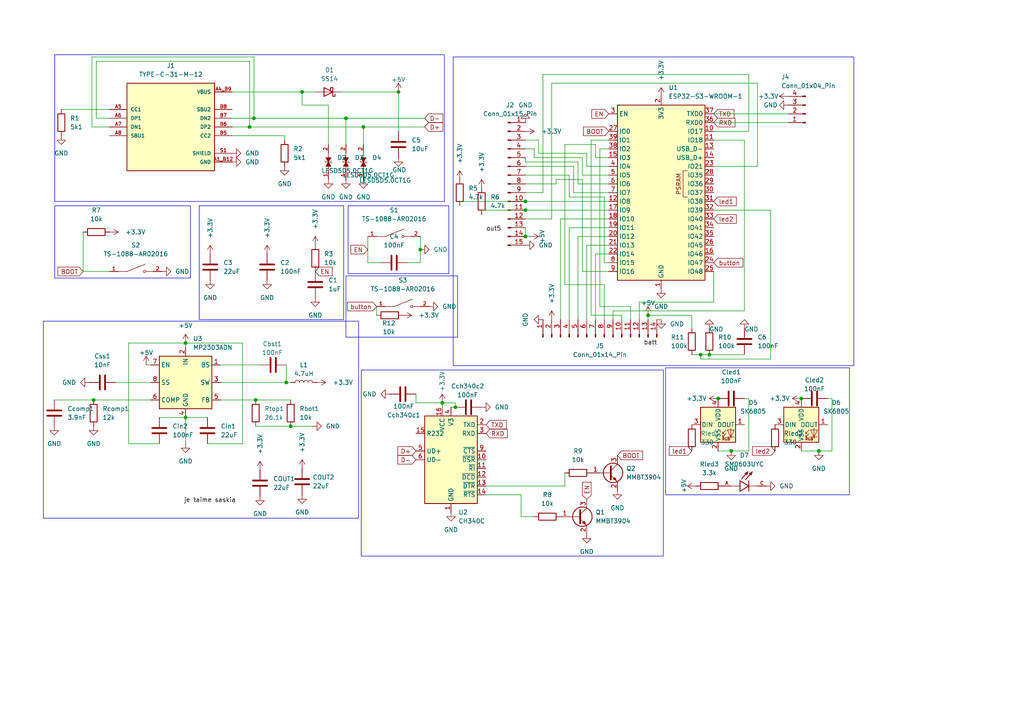
<source format=kicad_sch>
(kicad_sch (version 20250114) (generator "eeschema") (generator_version "9.0")
  (paper "A4")
  (lib_symbols
    (symbol "Connector:Conn_01x04_Pin" (pin_names (offset 1.016) (hide yes))
      (property "Reference" "J" (at 0 5.08 0))
      (property "Value" "Conn_01x04_Pin" (at 0 -7.62 0))
      (symbol "Conn_01x04_Pin_1_1"
        (pin passive line (at 5.08 2.54 180) (length 3.81) (name "Pin_1") (number "1"))
        (pin passive line (at 5.08 0 180) (length 3.81) (name "Pin_2") (number "2"))
        (pin passive line (at 5.08 -2.54 180) (length 3.81) (name "Pin_3") (number "3"))
        (pin passive line (at 5.08 -5.08 180) (length 3.81) (name "Pin_4") (number "4"))
      )
    )
    (symbol "Connector:Conn_01x14_Pin" (pin_names (offset 1.016) (hide yes))
      (property "Reference" "J" (at 0 17.78 0))
      (property "Value" "Conn_01x14_Pin" (at 0 -20.32 0))
      (symbol "Conn_01x14_Pin_1_1"
        (pin passive line (at 5.08 15.24 180) (length 3.81) (name "Pin_1") (number "1"))
        (pin passive line (at 5.08 12.7 180) (length 3.81) (name "Pin_2") (number "2"))
        (pin passive line (at 5.08 10.16 180) (length 3.81) (name "Pin_3") (number "3"))
        (pin passive line (at 5.08 7.62 180) (length 3.81) (name "Pin_4") (number "4"))
        (pin passive line (at 5.08 5.08 180) (length 3.81) (name "Pin_5") (number "5"))
        (pin passive line (at 5.08 2.54 180) (length 3.81) (name "Pin_6") (number "6"))
        (pin passive line (at 5.08 0 180) (length 3.81) (name "Pin_7") (number "7"))
        (pin passive line (at 5.08 -2.54 180) (length 3.81) (name "Pin_8") (number "8"))
        (pin passive line (at 5.08 -5.08 180) (length 3.81) (name "Pin_9") (number "9"))
        (pin passive line (at 5.08 -7.62 180) (length 3.81) (name "Pin_10") (number "10"))
        (pin passive line (at 5.08 -10.16 180) (length 3.81) (name "Pin_11") (number "11"))
        (pin passive line (at 5.08 -12.7 180) (length 3.81) (name "Pin_12") (number "12"))
        (pin passive line (at 5.08 -15.24 180) (length 3.81) (name "Pin_13") (number "13"))
        (pin passive line (at 5.08 -17.78 180) (length 3.81) (name "Pin_14") (number "14"))
      )
    )
    (symbol "Connector:Conn_01x15_Pin" (pin_names (offset 1.016) (hide yes))
      (property "Reference" "J" (at 0 20.32 0))
      (property "Value" "Conn_01x15_Pin" (at 0 -20.32 0))
      (symbol "Conn_01x15_Pin_1_1"
        (pin passive line (at 5.08 17.78 180) (length 3.81) (name "Pin_1") (number "1"))
        (pin passive line (at 5.08 15.24 180) (length 3.81) (name "Pin_2") (number "2"))
        (pin passive line (at 5.08 12.7 180) (length 3.81) (name "Pin_3") (number "3"))
        (pin passive line (at 5.08 10.16 180) (length 3.81) (name "Pin_4") (number "4"))
        (pin passive line (at 5.08 7.62 180) (length 3.81) (name "Pin_5") (number "5"))
        (pin passive line (at 5.08 5.08 180) (length 3.81) (name "Pin_6") (number "6"))
        (pin passive line (at 5.08 2.54 180) (length 3.81) (name "Pin_7") (number "7"))
        (pin passive line (at 5.08 0 180) (length 3.81) (name "Pin_8") (number "8"))
        (pin passive line (at 5.08 -2.54 180) (length 3.81) (name "Pin_9") (number "9"))
        (pin passive line (at 5.08 -5.08 180) (length 3.81) (name "Pin_10") (number "10"))
        (pin passive line (at 5.08 -7.62 180) (length 3.81) (name "Pin_11") (number "11"))
        (pin passive line (at 5.08 -10.16 180) (length 3.81) (name "Pin_12") (number "12"))
        (pin passive line (at 5.08 -12.7 180) (length 3.81) (name "Pin_13") (number "13"))
        (pin passive line (at 5.08 -15.24 180) (length 3.81) (name "Pin_14") (number "14"))
        (pin passive line (at 5.08 -17.78 180) (length 3.81) (name "Pin_15") (number "15"))
      )
    )
    (symbol "Device:C" (pin_numbers (hide yes)) (pin_names (offset 0.254))
      (property "Reference" "C" (at 0.635 2.54 0))
      (property "Value" "C" (at 0.635 -2.54 0))
      (symbol "C_1_1"
        (pin passive line (at 0 3.81 270) (length 2.794) (name "~") (number "1"))
        (pin passive line (at 0 -3.81 90) (length 2.794) (name "~") (number "2"))
      )
    )
    (symbol "Device:L" (pin_numbers (hide yes)) (pin_names (offset 1.016) (hide yes))
      (property "Reference" "L" (at -1.27 0 90))
      (property "Value" "L" (at 1.905 0 90))
      (symbol "L_1_1"
        (pin passive line (at 0 3.81 270) (length 1.27) (name "1") (number "1"))
        (pin passive line (at 0 -3.81 90) (length 1.27) (name "2") (number "2"))
      )
    )
    (symbol "Device:R" (pin_numbers (hide yes)) (pin_names (offset 0))
      (property "Reference" "R" (at 2.032 0 90))
      (property "Value" "R" (at 0 0 90))
      (symbol "R_1_1"
        (pin passive line (at 0 3.81 270) (length 1.27) (name "~") (number "1"))
        (pin passive line (at 0 -3.81 90) (length 1.27) (name "~") (number "2"))
      )
    )
    (symbol "Diode:SS14" (pin_numbers (hide yes)) (pin_names (offset 1.016) (hide yes))
      (property "Reference" "D" (at 0 2.54 0))
      (property "Value" "SS14" (at 0 -2.54 0))
      (symbol "SS14_1_1"
        (pin passive line (at -3.81 0 0) (length 2.54) (name "K") (number "1"))
        (pin passive line (at 3.81 0 180) (length 2.54) (name "A") (number "2"))
      )
    )
    (symbol "Interface_USB:CH340C"
      (property "Reference" "U" (at -5.08 13.97 0))
      (property "Value" "CH340C" (at 1.27 13.97 0))
      (symbol "CH340C_1_1"
        (pin input line (at -10.16 7.62 0) (length 2.54) (name "R232") (number "15"))
        (pin bidirectional line (at -10.16 2.54 0) (length 2.54) (name "UD+") (number "5"))
        (pin bidirectional line (at -10.16 0 0) (length 2.54) (name "UD-") (number "6"))
        (pin no_connect line (at -7.62 -5.08 0) (length 2.54) (hide yes) (name "NC") (number "7"))
        (pin no_connect line (at -7.62 -7.62 0) (length 2.54) (hide yes) (name "NC") (number "8"))
        (pin power_in line (at -2.54 15.24 270) (length 2.54) (name "VCC") (number "16"))
        (pin power_out line (at 0 15.24 270) (length 2.54) (name "V3") (number "4"))
        (pin power_in line (at 0 -15.24 90) (length 2.54) (name "GND") (number "1"))
        (pin output line (at 10.16 10.16 180) (length 2.54) (name "TXD") (number "2"))
        (pin input line (at 10.16 7.62 180) (length 2.54) (name "RXD") (number "3"))
        (pin input line (at 10.16 2.54 180) (length 2.54) (name "~{CTS}") (number "9"))
        (pin input line (at 10.16 0 180) (length 2.54) (name "~{DSR}") (number "10"))
        (pin input line (at 10.16 -2.54 180) (length 2.54) (name "~{RI}") (number "11"))
        (pin input line (at 10.16 -5.08 180) (length 2.54) (name "~{DCD}") (number "12"))
        (pin output line (at 10.16 -7.62 180) (length 2.54) (name "~{DTR}") (number "13"))
        (pin output line (at 10.16 -10.16 180) (length 2.54) (name "~{RTS}") (number "14"))
      )
    )
    (symbol "LED:SK6805" (pin_names (offset 0.254))
      (property "Reference" "D" (at 5.08 5.715 0))
      (property "Value" "SK6805" (at 1.27 -5.715 0))
      (symbol "SK6805_0_0"
        (text "RGB" (at 2.286 -4.191 0) (effects (font (size 0.762 0.762))))
      )
      (symbol "SK6805_1_1"
        (pin input line (at -7.62 0 0) (length 2.54) (name "DIN") (number "3"))
        (pin power_in line (at 0 7.62 270) (length 2.54) (name "VDD") (number "4"))
        (pin power_in line (at 0 -7.62 90) (length 2.54) (name "VSS") (number "2"))
        (pin output line (at 7.62 0 180) (length 2.54) (name "DOUT") (number "1"))
      )
    )
    (symbol "LESD5D5.0CT1G:LESD5D5.0CT1G" (pin_names (offset 1.016))
      (property "Reference" "D" (at -5.08 2.54 0))
      (property "Value" "LESD5D5.0CT1G" (at -5.08 -5.08 0))
      (symbol "LESD5D5.0CT1G_0_0"
        (pin passive line (at -5.08 0 0) (length 2.54) (name "~") (number "1"))
        (pin passive line (at 5.08 0 180) (length 2.54) (name "~") (number "2"))
      )
    )
    (symbol "RF_Module:ESP32-S3-WROOM-1"
      (property "Reference" "U" (at -12.7 26.67 0))
      (property "Value" "ESP32-S3-WROOM-1" (at 12.7 26.67 0))
      (symbol "ESP32-S3-WROOM-1_0_0"
        (text "PSRAM" (at 5.08 2.54 900) (effects (font (size 1.27 1.27))))
      )
      (symbol "ESP32-S3-WROOM-1_1_1"
        (pin input line (at -15.24 22.86 0) (length 2.54) (name "EN") (number "3"))
        (pin bidirectional line (at -15.24 17.78 0) (length 2.54) (name "IO0") (number "27"))
        (pin bidirectional line (at -15.24 15.24 0) (length 2.54) (name "IO1") (number "39"))
        (pin bidirectional line (at -15.24 12.7 0) (length 2.54) (name "IO2") (number "38"))
        (pin bidirectional line (at -15.24 10.16 0) (length 2.54) (name "IO3") (number "15"))
        (pin bidirectional line (at -15.24 7.62 0) (length 2.54) (name "IO4") (number "4"))
        (pin bidirectional line (at -15.24 5.08 0) (length 2.54) (name "IO5") (number "5"))
        (pin bidirectional line (at -15.24 2.54 0) (length 2.54) (name "IO6") (number "6"))
        (pin bidirectional line (at -15.24 0 0) (length 2.54) (name "IO7") (number "7"))
        (pin bidirectional line (at -15.24 -2.54 0) (length 2.54) (name "IO8") (number "12"))
        (pin bidirectional line (at -15.24 -5.08 0) (length 2.54) (name "IO9") (number "17"))
        (pin bidirectional line (at -15.24 -7.62 0) (length 2.54) (name "IO10") (number "18"))
        (pin bidirectional line (at -15.24 -10.16 0) (length 2.54) (name "IO11") (number "19"))
        (pin bidirectional line (at -15.24 -12.7 0) (length 2.54) (name "IO12") (number "20"))
        (pin bidirectional line (at -15.24 -15.24 0) (length 2.54) (name "IO13") (number "21"))
        (pin bidirectional line (at -15.24 -17.78 0) (length 2.54) (name "IO14") (number "22"))
        (pin bidirectional line (at -15.24 -20.32 0) (length 2.54) (name "IO15") (number "8"))
        (pin bidirectional line (at -15.24 -22.86 0) (length 2.54) (name "IO16") (number "9"))
        (pin power_in line (at 0 27.94 270) (length 2.54) (name "3V3") (number "2"))
        (pin power_in line (at 0 -27.94 90) (length 2.54) (name "GND") (number "1"))
        (pin passive line (at 0 -27.94 90) (length 2.54) (hide yes) (name "GND") (number "40"))
        (pin passive line (at 0 -27.94 90) (length 2.54) (hide yes) (name "GND") (number "41"))
        (pin bidirectional line (at 15.24 22.86 180) (length 2.54) (name "TXD0") (number "37"))
        (pin bidirectional line (at 15.24 20.32 180) (length 2.54) (name "RXD0") (number "36"))
        (pin bidirectional line (at 15.24 17.78 180) (length 2.54) (name "IO17") (number "10"))
        (pin bidirectional line (at 15.24 15.24 180) (length 2.54) (name "IO18") (number "11"))
        (pin bidirectional line (at 15.24 12.7 180) (length 2.54) (name "USB_D-") (number "13"))
        (pin bidirectional line (at 15.24 10.16 180) (length 2.54) (name "USB_D+") (number "14"))
        (pin bidirectional line (at 15.24 7.62 180) (length 2.54) (name "IO21") (number "23"))
        (pin bidirectional line (at 15.24 5.08 180) (length 2.54) (name "IO35") (number "28"))
        (pin bidirectional line (at 15.24 2.54 180) (length 2.54) (name "IO36") (number "29"))
        (pin bidirectional line (at 15.24 0 180) (length 2.54) (name "IO37") (number "30"))
        (pin bidirectional line (at 15.24 -2.54 180) (length 2.54) (name "IO38") (number "31"))
        (pin bidirectional line (at 15.24 -5.08 180) (length 2.54) (name "IO39") (number "32"))
        (pin bidirectional line (at 15.24 -7.62 180) (length 2.54) (name "IO40") (number "33"))
        (pin bidirectional line (at 15.24 -10.16 180) (length 2.54) (name "IO41") (number "34"))
        (pin bidirectional line (at 15.24 -12.7 180) (length 2.54) (name "IO42") (number "35"))
        (pin bidirectional line (at 15.24 -15.24 180) (length 2.54) (name "IO45") (number "26"))
        (pin bidirectional line (at 15.24 -17.78 180) (length 2.54) (name "IO46") (number "16"))
        (pin bidirectional line (at 15.24 -20.32 180) (length 2.54) (name "IO47") (number "24"))
        (pin bidirectional line (at 15.24 -22.86 180) (length 2.54) (name "IO48") (number "25"))
      )
    )
    (symbol "Regulator_Switching:MP2303ADN"
      (property "Reference" "U" (at -7.366 8.636 0))
      (property "Value" "MP2303ADN" (at 7.62 8.89 0))
      (symbol "MP2303ADN_1_1"
        (pin input line (at -10.16 5.08 0) (length 2.54) (name "EN") (number "7"))
        (pin input line (at -10.16 0 0) (length 2.54) (name "SS") (number "8"))
        (pin passive line (at -10.16 -5.08 0) (length 2.54) (name "COMP") (number "6"))
        (pin power_in line (at 0 10.16 270) (length 2.54) (name "IN") (number "2"))
        (pin power_in line (at 0 -10.16 90) (length 2.54) (name "GND") (number "4"))
        (pin passive line (at 10.16 5.08 180) (length 2.54) (name "BS") (number "1"))
        (pin output line (at 10.16 0 180) (length 2.54) (name "SW") (number "3"))
        (pin input line (at 10.16 -5.08 180) (length 2.54) (name "FB") (number "5"))
      )
    )
    (symbol "SM0603UYC:SM0603UYC" (pin_names (offset 1.016))
      (property "Reference" "D" (at -3.0988 4.4958 0))
      (property "Value" "SM0603UYC" (at -3.556 -3.302 0))
      (symbol "SM0603UYC_0_0"
        (pin passive line (at -7.62 0 0) (length 2.54) (name "~") (number "A"))
        (pin passive line (at 5.08 0 180) (length 2.54) (name "~") (number "C"))
      )
    )
    (symbol "TS-1088-AR02016:TS-1088-AR02016" (pin_names (offset 1.016))
      (property "Reference" "S" (at -2.54 2.54 0))
      (property "Value" "TS-1088-AR02016" (at -2.54 -2.54 0))
      (symbol "TS-1088-AR02016_0_0"
        (pin passive line (at -7.62 0 0) (length 2.54) (name "~") (number "1"))
        (pin passive line (at 7.62 0 180) (length 2.54) (name "~") (number "2"))
      )
    )
    (symbol "TYPE-C-31-M-12:TYPE-C-31-M-12" (pin_names (offset 1.016))
      (property "Reference" "J" (at -12.7 13.462 0))
      (property "Value" "TYPE-C-31-M-12" (at -12.7 -13.462 0))
      (symbol "TYPE-C-31-M-12_0_0"
        (pin bidirectional line (at -17.78 5.08 0) (length 5.08) (name "CC1") (number "A5"))
        (pin bidirectional line (at -17.78 2.54 0) (length 5.08) (name "DP1") (number "A6"))
        (pin bidirectional line (at -17.78 0 0) (length 5.08) (name "DN1") (number "A7"))
        (pin bidirectional line (at -17.78 -2.54 0) (length 5.08) (name "SBU1") (number "A8"))
        (pin power_in line (at 17.78 10.16 180) (length 5.08) (name "VBUS") (number "A4_B9"))
        (pin power_in line (at 17.78 10.16 180) (length 5.08) (hide yes) (name "VBUS") (number "B4_A9"))
        (pin bidirectional line (at 17.78 5.08 180) (length 5.08) (name "SBU2") (number "B8"))
        (pin bidirectional line (at 17.78 2.54 180) (length 5.08) (name "DN2") (number "B7"))
        (pin bidirectional line (at 17.78 0 180) (length 5.08) (name "DP2") (number "B6"))
        (pin bidirectional line (at 17.78 -2.54 180) (length 5.08) (name "CC2") (number "B5"))
        (pin passive line (at 17.78 -7.62 180) (length 5.08) (name "SHIELD") (number "S1"))
        (pin passive line (at 17.78 -7.62 180) (length 5.08) (hide yes) (name "SHIELD") (number "S2"))
        (pin passive line (at 17.78 -7.62 180) (length 5.08) (hide yes) (name "SHIELD") (number "S3"))
        (pin passive line (at 17.78 -7.62 180) (length 5.08) (hide yes) (name "SHIELD") (number "S4"))
        (pin power_in line (at 17.78 -10.16 180) (length 5.08) (name "GND") (number "A1_B12"))
        (pin power_in line (at 17.78 -10.16 180) (length 5.08) (hide yes) (name "GND") (number "B1_A12"))
      )
    )
    (symbol "Transistor_BJT:MMBT3904" (pin_names (offset 0) (hide yes))
      (property "Reference" "Q" (at 5.08 1.905 0))
      (property "Value" "MMBT3904" (at 5.08 0 0))
      (symbol "MMBT3904_1_1"
        (pin input line (at -5.08 0 0) (length 2.54) (name "B") (number "1"))
        (pin passive line (at 2.54 5.08 270) (length 2.54) (name "C") (number "3"))
        (pin passive line (at 2.54 -5.08 90) (length 2.54) (name "E") (number "2"))
      )
    )
    (symbol "power:+3.3V" (power) (pin_numbers (hide yes)) (pin_names (offset 0) (hide yes))
      (property "Value" "+3.3V" (at 0 3.556 0))
      (symbol "+3.3V_1_1"
        (pin power_in line (at 0 0 90) (length 0) (name "~") (number "1"))
      )
    )
    (symbol "power:+5V" (power) (pin_numbers (hide yes)) (pin_names (offset 0) (hide yes))
      (property "Value" "+5V" (at 0 3.556 0))
      (symbol "+5V_1_1"
        (pin power_in line (at 0 0 90) (length 0) (name "~") (number "1"))
      )
    )
    (symbol "power:GND" (power) (pin_numbers (hide yes)) (pin_names (offset 0) (hide yes))
      (property "Value" "GND" (at 0 -3.81 0))
      (symbol "GND_1_1"
        (pin power_in line (at 0 0 270) (length 0) (name "~") (number "1"))
      )
    )
  )
  (rectangle (start 104.775 107.315) (end 192.405 161.29))
  (rectangle (start 100.33 80.01) (end 132.715 97.79))
  (rectangle (start 131.445 16.51) (end 247.65 106.045))
  (rectangle (start 12.5584 93.1509) (end 103.9984 150.3009))
  (rectangle (start 15.875 59.69) (end 55.245 80.645))
  (rectangle (start 193.04 106.68) (end 246.38 143.51))
  (rectangle (start 100.965 59.69) (end 130.175 79.375))
  (rectangle (start 15.875 15.875) (end 128.905 58.42))
  (rectangle (start 57.785 59.69) (end 99.695 92.71))
  (junction (at 53.8334 121.0909))
  (junction (at 84.3134 123.6309))
  (junction (at 152.4 68.58))
  (junction (at 152.4 60.96))
  (junction (at 212.09 130.81))
  (junction (at 237.49 130.81))
  (junction (at 53.8334 99.5009))
  (junction (at 132.08 118.11))
  (junction (at 205.74 102.87))
  (junction (at 73.66 34.29))
  (junction (at 72.39 36.83))
  (junction (at 115.57 26.67))
  (junction (at 208.28 115.57))
  (junction (at 121.92 72.39))
  (junction (at 203.2 102.87))
  (junction (at 187.96 91.44))
  (junction (at 74.1534 116.0109))
  (junction (at 100.33 34.29))
  (junction (at 232.41 115.57))
  (junction (at 83.0434 110.9309))
  (junction (at 27.1634 116.0109))
  (junction (at 152.4 58.42))
  (junction (at 105.41 36.83))
  (junction (at 87.63 26.67))
  (junction (at 128.27 116.84))
  (wire (pts (xy 109.22 88.9) (xy 109.22 91.44)))
  (wire (pts (xy 160.02 63.5) (xy 152.4 63.5)))
  (wire (pts (xy 83.0434 110.9309) (xy 84.3134 110.9309)))
  (wire (pts (xy 37.3234 128.7109) (xy 46.2134 128.7109)))
  (wire (pts (xy 182.88 88.9) (xy 182.88 92.71)))
  (wire (pts (xy 161.29 53.34) (xy 152.4 53.34)))
  (wire (pts (xy 154.94 43.18) (xy 152.4 43.18)))
  (wire (pts (xy 84.3134 123.6309) (xy 90.6634 123.6309)))
  (wire (pts (xy 176.53 43.18) (xy 173.99 43.18)))
  (wire (pts (xy 105.41 36.83) (xy 105.41 41.91)))
  (wire (pts (xy 168.91 52.07) (xy 161.29 52.07)))
  (wire (pts (xy 207.01 33.02) (xy 228.6 33.02)))
  (wire (pts (xy 75.4234 105.8509) (xy 63.9934 105.8509)))
  (wire (pts (xy 152.4 58.42) (xy 176.53 58.42)))
  (wire (pts (xy 223.52 104.14) (xy 223.52 60.96)))
  (wire (pts (xy 212.09 130.81) (xy 208.28 130.81)))
  (wire (pts (xy 70.3434 99.5009) (xy 53.8334 99.5009)))
  (wire (pts (xy 215.9 40.64) (xy 207.01 40.64)))
  (wire (pts (xy 151.13 149.86) (xy 151.13 143.51)))
  (wire (pts (xy 176.53 63.5) (xy 162.56 63.5)))
  (wire (pts (xy 170.18 44.45) (xy 170.18 48.26)))
  (wire (pts (xy 31.75 36.83) (xy 26.67 36.83)))
  (wire (pts (xy 95.25 41.91) (xy 95.25 30.48)))
  (wire (pts (xy 160.02 24.13) (xy 160.02 63.5)))
  (wire (pts (xy 180.34 91.44) (xy 180.34 92.71)))
  (wire (pts (xy 15.7334 116.0109) (xy 27.1634 116.0109)))
  (wire (pts (xy 157.48 55.88) (xy 152.4 55.88)))
  (wire (pts (xy 27.94 17.78) (xy 72.39 17.78)))
  (wire (pts (xy 87.63 30.48) (xy 87.63 26.67)))
  (wire (pts (xy 72.39 17.78) (xy 72.39 36.83)))
  (wire (pts (xy 171.45 40.64) (xy 171.45 91.44)))
  (wire (pts (xy 217.17 38.1) (xy 217.17 21.59)))
  (wire (pts (xy 24.13 78.74) (xy 31.75 78.74)))
  (wire (pts (xy 185.42 87.63) (xy 185.42 92.71)))
  (wire (pts (xy 205.74 102.87) (xy 215.9 102.87)))
  (wire (pts (xy 176.53 73.66) (xy 172.72 73.66)))
  (wire (pts (xy 163.83 41.91) (xy 163.83 82.55)))
  (wire (pts (xy 128.27 116.84) (xy 128.27 118.11)))
  (wire (pts (xy 63.9934 116.0109) (xy 74.1534 116.0109)))
  (wire (pts (xy 72.39 36.83) (xy 105.41 36.83)))
  (wire (pts (xy 161.29 52.07) (xy 161.29 53.34)))
  (wire (pts (xy 31.75 34.29) (xy 27.94 34.29)))
  (wire (pts (xy 120.65 116.84) (xy 128.27 116.84)))
  (wire (pts (xy 215.9 40.64) (xy 215.9 90.17)))
  (wire (pts (xy 175.26 92.71) (xy 175.26 82.55)))
  (wire (pts (xy 173.99 88.9) (xy 182.88 88.9)))
  (wire (pts (xy 33.5134 110.9309) (xy 43.6734 110.9309)))
  (wire (pts (xy 100.33 34.29) (xy 123.19 34.29)))
  (wire (pts (xy 26.67 16.51) (xy 73.66 16.51)))
  (wire (pts (xy 73.66 34.29) (xy 100.33 34.29)))
  (wire (pts (xy 165.1 50.8) (xy 152.4 50.8)))
  (wire (pts (xy 172.72 41.91) (xy 172.72 45.72)))
  (wire (pts (xy 37.3234 99.5009) (xy 37.3234 128.7109)))
  (wire (pts (xy 165.1 57.15) (xy 165.1 50.8)))
  (wire (pts (xy 132.08 116.84) (xy 132.08 118.11)))
  (wire (pts (xy 207.01 78.74) (xy 207.01 87.63)))
  (wire (pts (xy 87.63 26.67) (xy 91.44 26.67)))
  (wire (pts (xy 217.17 115.57) (xy 217.17 130.81)))
  (wire (pts (xy 120.65 114.3) (xy 120.65 116.84)))
  (wire (pts (xy 74.1534 123.6309) (xy 84.3134 123.6309)))
  (wire (pts (xy 165.1 92.71) (xy 165.1 66.04)))
  (wire (pts (xy 133.35 58.42) (xy 152.4 58.42)))
  (wire (pts (xy 167.64 68.58) (xy 167.64 92.71)))
  (wire (pts (xy 152.4 40.64) (xy 156.21 40.64)))
  (wire (pts (xy 105.41 36.83) (xy 123.19 36.83)))
  (wire (pts (xy 241.3 115.57) (xy 241.3 130.81)))
  (wire (pts (xy 170.18 48.26) (xy 176.53 48.26)))
  (wire (pts (xy 176.53 68.58) (xy 167.64 68.58)))
  (wire (pts (xy 215.9 90.17) (xy 177.8 90.17)))
  (wire (pts (xy 175.26 76.2) (xy 175.26 57.15)))
  (wire (pts (xy 154.94 149.86) (xy 151.13 149.86)))
  (wire (pts (xy 172.72 45.72) (xy 176.53 45.72)))
  (wire (pts (xy 24.13 67.31) (xy 24.13 78.74)))
  (wire (pts (xy 176.53 78.74) (xy 168.91 78.74)))
  (wire (pts (xy 53.8334 99.5009) (xy 53.8334 100.7709)))
  (wire (pts (xy 168.91 78.74) (xy 168.91 52.07)))
  (wire (pts (xy 219.71 24.13) (xy 160.02 24.13)))
  (wire (pts (xy 67.31 36.83) (xy 72.39 36.83)))
  (wire (pts (xy 128.27 116.84) (xy 132.08 116.84)))
  (wire (pts (xy 156.21 40.64) (xy 156.21 44.45)))
  (wire (pts (xy 26.67 36.83) (xy 26.67 16.51)))
  (wire (pts (xy 82.55 40.64) (xy 82.55 39.37)))
  (wire (pts (xy 46.2134 121.0909) (xy 53.8334 121.0909)))
  (wire (pts (xy 219.71 48.26) (xy 219.71 24.13)))
  (wire (pts (xy 223.52 60.96) (xy 207.01 60.96)))
  (wire (pts (xy 154.94 45.72) (xy 154.94 43.18)))
  (wire (pts (xy 165.1 66.04) (xy 176.53 66.04)))
  (wire (pts (xy 82.55 39.37) (xy 67.31 39.37)))
  (wire (pts (xy 163.83 41.91) (xy 172.72 41.91)))
  (wire (pts (xy 152.4 68.58) (xy 152.4 66.04)))
  (wire (pts (xy 133.35 58.42) (xy 133.35 59.69)))
  (wire (pts (xy 152.4 46.99) (xy 152.4 45.72)))
  (wire (pts (xy 63.9934 110.9309) (xy 83.0434 110.9309)))
  (wire (pts (xy 200.66 102.87) (xy 203.2 102.87)))
  (wire (pts (xy 176.53 76.2) (xy 175.26 76.2)))
  (wire (pts (xy 99.06 26.67) (xy 115.57 26.67)))
  (wire (pts (xy 42.4034 105.8509) (xy 43.6734 105.8509)))
  (wire (pts (xy 203.2 102.87) (xy 203.2 104.14)))
  (wire (pts (xy 139.7 60.96) (xy 139.7 62.23)))
  (wire (pts (xy 168.91 50.8) (xy 168.91 45.72)))
  (wire (pts (xy 187.96 91.44) (xy 187.96 92.71)))
  (wire (pts (xy 27.1634 116.0109) (xy 43.6734 116.0109)))
  (wire (pts (xy 176.53 53.34) (xy 167.64 53.34)))
  (wire (pts (xy 217.17 115.57) (xy 215.9 115.57)))
  (wire (pts (xy 67.31 26.67) (xy 87.63 26.67)))
  (wire (pts (xy 176.53 71.12) (xy 170.18 71.12)))
  (wire (pts (xy 207.01 35.56) (xy 228.6 35.56)))
  (wire (pts (xy 53.8334 121.0909) (xy 60.1834 121.0909)))
  (wire (pts (xy 217.17 21.59) (xy 157.48 21.59)))
  (wire (pts (xy 17.78 31.75) (xy 31.75 31.75)))
  (wire (pts (xy 187.96 91.44) (xy 200.66 91.44)))
  (wire (pts (xy 166.37 55.88) (xy 166.37 48.26)))
  (wire (pts (xy 170.18 71.12) (xy 170.18 92.71)))
  (wire (pts (xy 176.53 55.88) (xy 166.37 55.88)))
  (wire (pts (xy 95.25 30.48) (xy 87.63 30.48)))
  (wire (pts (xy 27.94 34.29) (xy 27.94 17.78)))
  (wire (pts (xy 175.26 57.15) (xy 165.1 57.15)))
  (wire (pts (xy 171.45 91.44) (xy 180.34 91.44)))
  (wire (pts (xy 121.92 68.58) (xy 121.92 72.39)))
  (wire (pts (xy 163.83 137.16) (xy 163.83 140.97)))
  (wire (pts (xy 176.53 50.8) (xy 168.91 50.8)))
  (wire (pts (xy 241.3 115.57) (xy 240.03 115.57)))
  (wire (pts (xy 106.68 76.2) (xy 110.49 76.2)))
  (wire (pts (xy 191.77 92.71) (xy 190.5 92.71)))
  (wire (pts (xy 167.64 53.34) (xy 167.64 46.99)))
  (wire (pts (xy 83.0434 105.8509) (xy 83.0434 110.9309)))
  (wire (pts (xy 176.53 40.64) (xy 171.45 40.64)))
  (wire (pts (xy 121.92 72.39) (xy 121.92 76.2)))
  (wire (pts (xy 73.66 16.51) (xy 73.66 34.29)))
  (wire (pts (xy 173.99 43.18) (xy 173.99 88.9)))
  (wire (pts (xy 207.01 38.1) (xy 217.17 38.1)))
  (wire (pts (xy 200.66 91.44) (xy 200.66 95.25)))
  (wire (pts (xy 207.01 48.26) (xy 219.71 48.26)))
  (wire (pts (xy 177.8 90.17) (xy 177.8 92.71)))
  (wire (pts (xy 241.3 130.81) (xy 237.49 130.81)))
  (wire (pts (xy 157.48 21.59) (xy 157.48 55.88)))
  (wire (pts (xy 162.56 63.5) (xy 162.56 92.71)))
  (wire (pts (xy 203.2 104.14) (xy 223.52 104.14)))
  (wire (pts (xy 175.26 82.55) (xy 163.83 82.55)))
  (wire (pts (xy 132.08 118.11) (xy 130.81 118.11)))
  (wire (pts (xy 167.64 46.99) (xy 152.4 46.99)))
  (wire (pts (xy 153.67 68.58) (xy 152.4 68.58)))
  (wire (pts (xy 53.8334 121.0909) (xy 53.8334 128.7109)))
  (wire (pts (xy 121.92 76.2) (xy 118.11 76.2)))
  (wire (pts (xy 139.7 60.96) (xy 152.4 60.96)))
  (wire (pts (xy 74.1534 116.0109) (xy 84.3134 116.0109)))
  (wire (pts (xy 53.8334 99.5009) (xy 37.3234 99.5009)))
  (wire (pts (xy 106.68 68.58) (xy 106.68 76.2)))
  (wire (pts (xy 163.83 140.97) (xy 140.97 140.97)))
  (wire (pts (xy 67.31 34.29) (xy 73.66 34.29)))
  (wire (pts (xy 156.21 44.45) (xy 170.18 44.45)))
  (wire (pts (xy 168.91 45.72) (xy 154.94 45.72)))
  (wire (pts (xy 166.37 48.26) (xy 152.4 48.26)))
  (wire (pts (xy 115.57 38.1) (xy 115.57 26.67)))
  (wire (pts (xy 203.2 102.87) (xy 205.74 102.87)))
  (wire (pts (xy 237.49 130.81) (xy 232.41 130.81)))
  (wire (pts (xy 217.17 130.81) (xy 212.09 130.81)))
  (wire (pts (xy 152.4 60.96) (xy 176.53 60.96)))
  (wire (pts (xy 172.72 73.66) (xy 172.72 92.71)))
  (wire (pts (xy 100.33 34.29) (xy 100.33 41.91)))
  (wire (pts (xy 185.42 87.63) (xy 207.01 87.63)))
  (wire (pts (xy 70.3434 128.7109) (xy 70.3434 99.5009)))
  (wire (pts (xy 151.13 143.51) (xy 140.97 143.51)))
  (wire (pts (xy 60.1834 128.7109) (xy 70.3434 128.7109)))
  (label "batt" (at 186.69 100.33 0))
  (label "je taime saskia" (at 53.34 146.05 0))
  (label "out5" (at 140.97 67.31 0))
  (global_label "led2" (shape input) (at 207.01 63.5 0) (property "Intersheetrefs" "${INTERSHEET_REFS}" (effects (hide yes))))
  (global_label "EN" (shape input) (at 176.53 33.02 180) (property "Intersheetrefs" "${INTERSHEET_REFS}" (effects (hide yes))))
  (global_label "led2" (shape input) (at 224.79 130.81 180) (property "Intersheetrefs" "${INTERSHEET_REFS}" (effects (hide yes))))
  (global_label "button" (shape input) (at 109.22 88.9 180) (property "Intersheetrefs" "${INTERSHEET_REFS}" (effects (hide yes))))
  (global_label "EN" (shape input) (at 170.18 144.78 90) (property "Intersheetrefs" "${INTERSHEET_REFS}" (effects (hide yes))))
  (global_label "D-" (shape input) (at 120.65 133.35 180) (property "Intersheetrefs" "${INTERSHEET_REFS}" (effects (hide yes))))
  (global_label "BOOT" (shape input) (at 24.13 78.74 180) (property "Intersheetrefs" "${INTERSHEET_REFS}" (effects (hide yes))))
  (global_label "D+" (shape input) (at 123.19 36.83 0) (property "Intersheetrefs" "${INTERSHEET_REFS}" (effects (hide yes))))
  (global_label "EN" (shape input) (at 106.68 72.39 180) (property "Intersheetrefs" "${INTERSHEET_REFS}" (effects (hide yes))))
  (global_label "D+" (shape input) (at 120.65 130.81 180) (property "Intersheetrefs" "${INTERSHEET_REFS}" (effects (hide yes))))
  (global_label "EN" (shape input) (at 91.44 78.74 0) (property "Intersheetrefs" "${INTERSHEET_REFS}" (effects (hide yes))))
  (global_label "D-" (shape input) (at 123.19 34.29 0) (property "Intersheetrefs" "${INTERSHEET_REFS}" (effects (hide yes))))
  (global_label "TXD" (shape input) (at 140.97 123.19 0) (property "Intersheetrefs" "${INTERSHEET_REFS}" (effects (hide yes))))
  (global_label "led1" (shape input) (at 207.01 58.42 0) (property "Intersheetrefs" "${INTERSHEET_REFS}" (effects (hide yes))))
  (global_label "BOOT" (shape input) (at 176.53 38.1 180) (property "Intersheetrefs" "${INTERSHEET_REFS}" (effects (hide yes))))
  (global_label "RXD" (shape input) (at 140.97 125.73 0) (property "Intersheetrefs" "${INTERSHEET_REFS}" (effects (hide yes))))
  (global_label "BOOT" (shape input) (at 179.07 132.08 0) (property "Intersheetrefs" "${INTERSHEET_REFS}" (effects (hide yes))))
  (global_label "TXD" (shape input) (at 207.01 33.02 0) (property "Intersheetrefs" "${INTERSHEET_REFS}" (effects (hide yes))))
  (global_label "RXD" (shape input) (at 207.01 35.56 0) (property "Intersheetrefs" "${INTERSHEET_REFS}" (effects (hide yes))))
  (global_label "button" (shape input) (at 207.01 76.2 0) (property "Intersheetrefs" "${INTERSHEET_REFS}" (effects (hide yes))))
  (global_label "led1" (shape input) (at 200.66 130.81 180) (property "Intersheetrefs" "${INTERSHEET_REFS}" (effects (hide yes))))
  (symbol (lib_id "Device:C") (at 114.3 76.2 90) (unit 1)
    (property "Reference" "C4" (at 114.3 68.58 90))
    (property "Value" "100nF" (at 114.3 71.12 90))
    (property "Footprint" "Capacitor_SMD:C_0603_1608Metric" (effects (hide yes)))
    (property "Description" "Unpolarized capacitor" (effects (hide yes)))
  )
  (symbol (lib_id "Device:R") (at 17.78 35.56 0) (unit 1)
    (property "Reference" "R1" (at 20.32 34.2899 0) (effects (justify left)))
    (property "Value" "5k1" (at 20.32 36.8299 0) (effects (justify left)))
    (property "Footprint" "Resistor_SMD:R_0603_1608Metric" (effects (hide yes)))
    (property "Description" "Resistor" (effects (hide yes)))
  )
  (symbol (lib_id "Connector:Conn_01x04_Pin") (at 233.68 33.02 180) (unit 1)
    (property "Reference" "J4" (at 226.568 22.352 0) (effects (justify right)))
    (property "Value" "Conn_01x04_Pin" (at 226.568 24.892 0) (effects (justify right)))
    (property "Footprint" "Connector_PinHeader_2.54mm:PinHeader_1x04_P2.54mm_Vertical" (effects (hide yes)))
    (property "Description" "Generic connector, single row, 01x04, script generated" (effects (hide yes)))
  )
  (symbol (lib_id "Device:C") (at 236.22 115.57 270) (unit 1)
    (property "Reference" "Cled2" (at 236.22 110.236 90))
    (property "Value" "100nF" (at 236.22 112.776 90))
    (property "Footprint" "Capacitor_SMD:C_0603_1608Metric" (effects (hide yes)))
    (property "Description" "Unpolarized capacitor" (effects (hide yes)))
  )
  (symbol (lib_id "Diode:SS14") (at 95.25 26.67 180) (unit 1)
    (property "Reference" "D1" (at 95.5675 20.32 0))
    (property "Value" "SS14" (at 95.5675 22.86 0))
    (property "Footprint" "Diode_SMD:D_SMA" (effects (hide yes)))
    (property "Datasheet" "https://www.vishay.com/docs/88746/ss12.pdf" (effects (hide yes)))
    (property "Description" "40V 1A Schottky Diode, SMA" (effects (hide yes)))
  )
  (symbol (lib_id "power:GND") (at 75.4234 143.9509 0) (unit 1)
    (property "Reference" "#PWR031" (effects (hide yes)))
    (property "Value" "GND" (at 75.4234 149.0309 0))
    (property "Description" "Power symbol creates a global label with name \"GND\" , ground" (effects (hide yes)))
  )
  (symbol (lib_id "power:GND") (at 27.1634 123.6309 0) (unit 1)
    (property "Reference" "#PWR033" (effects (hide yes)))
    (property "Value" "GND" (at 27.1634 128.7109 0))
    (property "Description" "Power symbol creates a global label with name \"GND\" , ground" (effects (hide yes)))
  )
  (symbol (lib_id "Connector:Conn_01x15_Pin") (at 147.32 53.34 0) (unit 1)
    (property "Reference" "J2" (at 147.955 30.48 0))
    (property "Value" "Conn_01x15_Pin" (at 147.955 33.02 0))
    (property "Footprint" "Connector_PinHeader_2.54mm:PinHeader_1x15_P2.54mm_Vertical" (effects (hide yes)))
    (property "Description" "Generic connector, single row, 01x15, script generated" (effects (hide yes)))
  )
  (symbol (lib_id "power:GND") (at 46.99 78.74 90) (unit 1)
    (property "Reference" "#PWR015" (effects (hide yes)))
    (property "Value" "GND" (at 50.8 78.7399 90) (effects (justify right)))
    (property "Description" "Power symbol creates a global label with name \"GND\" , ground" (effects (hide yes)))
  )
  (symbol (lib_id "Device:R") (at 113.03 91.44 270) (unit 1)
    (property "Reference" "R12" (at 112.776 93.726 90))
    (property "Value" "10k" (at 112.776 96.266 90))
    (property "Footprint" "Resistor_SMD:R_0603_1608Metric" (effects (hide yes)))
    (property "Description" "Resistor" (effects (hide yes)))
  )
  (symbol (lib_id "power:GND") (at 67.31 44.45 90) (unit 1)
    (property "Reference" "#PWR02" (effects (hide yes)))
    (property "Value" "GND" (at 71.12 44.4499 90) (effects (justify right)))
    (property "Description" "Power symbol creates a global label with name \"GND\" , ground" (effects (hide yes)))
  )
  (symbol (lib_id "power:GND") (at 191.77 83.82 0) (unit 1)
    (property "Reference" "#PWR016" (effects (hide yes)))
    (property "Value" "GND" (at 191.77 88.9 0))
    (property "Description" "Power symbol creates a global label with name \"GND\" , ground" (effects (hide yes)))
  )
  (symbol (lib_id "TS-1088-AR02016:TS-1088-AR02016") (at 39.37 78.74 0) (unit 1)
    (property "Reference" "S2" (at 39.37 71.12 0))
    (property "Value" "TS-1088-AR02016" (at 39.37 73.66 0))
    (property "Footprint" "TS-1088-AR02016:SW_TS-1088-AR02016" (effects (hide yes)))
    (property "MF" "Xunpu" (effects (hide yes)))
    (property "MAXIMUM_PACKAGE_HEIGHT" "2.0 mm" (effects (hide yes)))
    (property "Package" "Package" (effects (hide yes)))
    (property "Price" "None" (effects (hide yes)))
    (property "Check_prices" "https://www.snapeda.com/parts/TS-1088-AR02016/Xunpu/view-part/?ref=eda" (effects (hide yes)))
    (property "STANDARD" "Manufacturer Recommendations" (effects (hide yes)))
    (property "PARTREV" "N/A" (effects (hide yes)))
    (property "SnapEDA_Link" "https://www.snapeda.com/parts/TS-1088-AR02016/Xunpu/view-part/?ref=snap" (effects (hide yes)))
    (property "MP" "TS-1088-AR02016" (effects (hide yes)))
    (property "Description_1" "50mA 4mm 100MΩ 100,000 Times 12V 160gf 3mm 2mm Round Button Vertical welding SPST SMD Tactile Switches ROHS" (effects (hide yes)))
    (property "Availability" "Not in stock" (effects (hide yes)))
    (property "MANUFACTURER" "Xunpu" (effects (hide yes)))
  )
  (symbol (lib_id "power:GND") (at 215.9 95.25 180) (unit 1)
    (property "Reference" "#PWR053" (effects (hide yes)))
    (property "Value" "GND" (at 217.932 95.504 0))
    (property "Description" "Power symbol creates a global label with name \"GND\" , ground" (effects (hide yes)))
  )
  (symbol (lib_id "Device:R") (at 74.1534 119.8209 180) (unit 1)
    (property "Reference" "Rtop1" (at 76.6934 118.5508 0) (effects (justify right)))
    (property "Value" "26.1k" (at 76.6934 121.0908 0) (effects (justify right)))
    (property "Footprint" "Resistor_SMD:R_0603_1608Metric" (effects (hide yes)))
    (property "Description" "Resistor" (effects (hide yes)))
  )
  (symbol (lib_id "power:GND") (at 130.81 148.59 0) (unit 1)
    (property "Reference" "#PWR043" (effects (hide yes)))
    (property "Value" "GND" (at 130.81 153.67 0))
    (property "Description" "Power symbol creates a global label with name \"GND\" , ground" (effects (hide yes)))
  )
  (symbol (lib_id "Device:R") (at 224.79 127 180) (unit 1)
    (property "Reference" "Rled2" (at 227.33 125.7299 0) (effects (justify right)))
    (property "Value" "330" (at 227.33 128.2699 0) (effects (justify right)))
    (property "Footprint" "Resistor_SMD:R_0603_1608Metric" (effects (hide yes)))
    (property "Description" "Resistor" (effects (hide yes)))
  )
  (symbol (lib_id "power:+3.3V") (at 87.63 135.89 0) (unit 1)
    (property "Reference" "#PWR028" (effects (hide yes)))
    (property "Value" "+3.3V" (at 87.63 131.318 90) (effects (justify left)))
    (property "Description" "Power symbol creates a global label with name \"+3.3V\"" (effects (hide yes)))
  )
  (symbol (lib_id "Device:R") (at 27.1634 119.8209 0) (unit 1)
    (property "Reference" "Rcomp1" (at 29.7034 118.5508 0) (effects (justify left)))
    (property "Value" "12k" (at 29.7034 121.0908 0) (effects (justify left)))
    (property "Footprint" "Resistor_SMD:R_0603_1608Metric" (effects (hide yes)))
    (property "Description" "Resistor" (effects (hide yes)))
  )
  (symbol (lib_id "TS-1088-AR02016:TS-1088-AR02016") (at 116.84 88.9 0) (unit 1)
    (property "Reference" "S3" (at 116.84 81.28 0))
    (property "Value" "TS-1088-AR02016" (at 116.84 83.82 0))
    (property "Footprint" "TS-1088-AR02016:SW_TS-1088-AR02016" (effects (hide yes)))
    (property "MF" "Xunpu" (effects (hide yes)))
    (property "MAXIMUM_PACKAGE_HEIGHT" "2.0 mm" (effects (hide yes)))
    (property "Package" "Package" (effects (hide yes)))
    (property "Price" "None" (effects (hide yes)))
    (property "Check_prices" "https://www.snapeda.com/parts/TS-1088-AR02016/Xunpu/view-part/?ref=eda" (effects (hide yes)))
    (property "STANDARD" "Manufacturer Recommendations" (effects (hide yes)))
    (property "PARTREV" "N/A" (effects (hide yes)))
    (property "SnapEDA_Link" "https://www.snapeda.com/parts/TS-1088-AR02016/Xunpu/view-part/?ref=snap" (effects (hide yes)))
    (property "MP" "TS-1088-AR02016" (effects (hide yes)))
    (property "Description_1" "50mA 4mm 100MΩ 100,000 Times 12V 160gf 3mm 2mm Round Button Vertical welding SPST SMD Tactile Switches ROHS" (effects (hide yes)))
    (property "Availability" "Not in stock" (effects (hide yes)))
    (property "MANUFACTURER" "Xunpu" (effects (hide yes)))
  )
  (symbol (lib_id "power:GND") (at 228.6 30.48 270) (unit 1)
    (property "Reference" "#PWR038" (effects (hide yes)))
    (property "Value" "GND" (at 225.552 30.48 90) (effects (justify right)))
    (property "Description" "Power symbol creates a global label with name \"GND\" , ground" (effects (hide yes)))
  )
  (symbol (lib_id "power:GND") (at 60.96 81.28 0) (unit 1)
    (property "Reference" "#PWR09" (effects (hide yes)))
    (property "Value" "GND" (at 60.96 86.36 0))
    (property "Description" "Power symbol creates a global label with name \"GND\" , ground" (effects (hide yes)))
  )
  (symbol (lib_id "Device:R") (at 84.3134 119.8209 180) (unit 1)
    (property "Reference" "Rbot1" (at 86.8534 118.5508 0) (effects (justify right)))
    (property "Value" "10k" (at 86.8534 121.0908 0) (effects (justify right)))
    (property "Footprint" "Resistor_SMD:R_0603_1608Metric" (effects (hide yes)))
    (property "Description" "Resistor" (effects (hide yes)))
  )
  (symbol (lib_id "power:GND") (at 77.47 81.28 0) (unit 1)
    (property "Reference" "#PWR011" (effects (hide yes)))
    (property "Value" "GND" (at 77.47 86.36 0))
    (property "Description" "Power symbol creates a global label with name \"GND\" , ground" (effects (hide yes)))
  )
  (symbol (lib_id "Device:C") (at 60.1834 124.9009 0) (unit 1)
    (property "Reference" "Cin1" (at 63.9934 123.6308 0) (effects (justify left)))
    (property "Value" "22uF" (at 63.9934 126.1708 0) (effects (justify left)))
    (property "Footprint" "Capacitor_SMD:C_1206_3216Metric" (effects (hide yes)))
    (property "Description" "Unpolarized capacitor" (effects (hide yes)))
  )
  (symbol (lib_id "power:GND") (at 205.74 95.25 180) (unit 1)
    (property "Reference" "#PWR052" (effects (hide yes)))
    (property "Value" "GND" (at 207.772 95.504 0))
    (property "Description" "Power symbol creates a global label with name \"GND\" , ground" (effects (hide yes)))
  )
  (symbol (lib_id "power:+3.3V") (at 60.96 73.66 0) (unit 1)
    (property "Reference" "#PWR08" (effects (hide yes)))
    (property "Value" "+3.3V" (at 60.96 69.088 90) (effects (justify left)))
    (property "Description" "Power symbol creates a global label with name \"+3.3V\"" (effects (hide yes)))
  )
  (symbol (lib_id "Device:R") (at 205.74 99.06 0) (unit 1)
    (property "Reference" "R10" (at 208.28 97.7899 0) (effects (justify left)))
    (property "Value" "100k" (at 208.28 100.3299 0) (effects (justify left)))
    (property "Footprint" "Resistor_SMD:R_0603_1608Metric" (effects (hide yes)))
    (property "Description" "Resistor" (effects (hide yes)))
  )
  (symbol (lib_id "power:GND") (at 90.6634 123.6309 90) (unit 1)
    (property "Reference" "#PWR036" (effects (hide yes)))
    (property "Value" "GND" (at 94.4734 123.6308 90) (effects (justify right)))
    (property "Description" "Power symbol creates a global label with name \"GND\" , ground" (effects (hide yes)))
  )
  (symbol (lib_id "power:GND") (at 87.63 143.51 0) (unit 1)
    (property "Reference" "#PWR029" (effects (hide yes)))
    (property "Value" "GND" (at 87.63 148.59 0))
    (property "Description" "Power symbol creates a global label with name \"GND\" , ground" (effects (hide yes)))
  )
  (symbol (lib_id "power:+3.3V") (at 228.6 27.94 90) (unit 1)
    (property "Reference" "#PWR039" (effects (hide yes)))
    (property "Value" "+3.3V" (at 225.806 27.94 90) (effects (justify left)))
    (property "Description" "Power symbol creates a global label with name \"+3.3V\"" (effects (hide yes)))
  )
  (symbol (lib_id "Device:C") (at 46.2134 124.9009 180) (unit 1)
    (property "Reference" "Cin2" (at 50.0234 123.6308 0) (effects (justify right)))
    (property "Value" "100nF" (at 50.0234 126.1708 0) (effects (justify right)))
    (property "Footprint" "Capacitor_SMD:C_0603_1608Metric" (effects (hide yes)))
    (property "Description" "Unpolarized capacitor" (effects (hide yes)))
  )
  (symbol (lib_id "Device:C") (at 135.89 118.11 270) (unit 1)
    (property "Reference" "Cch340c2" (at 135.636 112.014 90))
    (property "Value" "100nF" (at 135.636 114.554 90))
    (property "Footprint" "Capacitor_SMD:C_0603_1608Metric" (effects (hide yes)))
    (property "Description" "Unpolarized capacitor" (effects (hide yes)))
  )
  (symbol (lib_id "power:+3.3V") (at 152.4 38.1 270) (unit 1)
    (property "Reference" "#PWR019" (effects (hide yes)))
    (property "Value" "+3.3V" (at 156.972 38.1 90) (effects (justify left)))
    (property "Description" "Power symbol creates a global label with name \"+3.3V\"" (effects (hide yes)))
  )
  (symbol (lib_id "Transistor_BJT:MMBT3904") (at 167.64 149.86 0) (unit 1)
    (property "Reference" "Q1" (at 172.72 148.5899 0) (effects (justify left)))
    (property "Value" "MMBT3904" (at 172.72 151.1299 0) (effects (justify left)))
    (property "Footprint" "Package_TO_SOT_SMD:SOT-23" (effects (hide yes)))
    (property "Datasheet" "https://www.onsemi.com/pdf/datasheet/pzt3904-d.pdf" (effects (hide yes)))
    (property "Description" "0.2A Ic, 40V Vce, Small Signal NPN Transistor, SOT-23" (effects (hide yes)))
  )
  (symbol (lib_id "power:GND") (at 170.18 154.94 0) (unit 1)
    (property "Reference" "#PWR045" (effects (hide yes)))
    (property "Value" "GND" (at 170.18 160.02 0))
    (property "Description" "Power symbol creates a global label with name \"GND\" , ground" (effects (hide yes)))
  )
  (symbol (lib_id "SM0603UYC:SM0603UYC") (at 217.17 140.97 0) (unit 1)
    (property "Reference" "D7" (at 215.9 132.08 0))
    (property "Value" "SM0603UYC" (at 215.9 134.62 0))
    (property "Footprint" "SM0603UYC:LED_SM0603UYC" (effects (hide yes)))
    (property "MF" "Bivar" (effects (hide yes)))
    (property "MAXIMUM_PACKAGE_HEIGHT" "0.6mm" (effects (hide yes)))
    (property "Package" "0603 Bivar" (effects (hide yes)))
    (property "Price" "None" (effects (hide yes)))
    (property "Check_prices" "https://www.snapeda.com/parts/SM0603UYC/Bivar/view-part/?ref=eda" (effects (hide yes)))
    (property "STANDARD" "Manufacturer Recommendations" (effects (hide yes)))
    (property "PARTREV" "A" (effects (hide yes)))
    (property "SnapEDA_Link" "https://www.snapeda.com/parts/SM0603UYC/Bivar/view-part/?ref=snap" (effects (hide yes)))
    (property "MP" "SM0603UYC" (effects (hide yes)))
    (property "Description_1" "LED SMD 0603 Ultra Yellow 593nm 70mcd Water Clear Lens 130 Deg Viewing Angle | Bivar Inc. SM0603UYC" (effects (hide yes)))
    (property "Availability" "In Stock" (effects (hide yes)))
    (property "MANUFACTURER" "Bivar" (effects (hide yes)))
  )
  (symbol (lib_id "Device:C") (at 115.57 41.91 0) (unit 1)
    (property "Reference" "C5" (at 119.38 40.6399 0) (effects (justify left)))
    (property "Value" "10uF" (at 119.38 43.1799 0) (effects (justify left)))
    (property "Footprint" "Capacitor_SMD:C_0603_1608Metric" (effects (hide yes)))
    (property "Description" "Unpolarized capacitor" (effects (hide yes)))
  )
  (symbol (lib_id "Transistor_BJT:MMBT3904") (at 176.53 137.16 0) (unit 1)
    (property "Reference" "Q2" (at 181.61 135.8899 0) (effects (justify left)))
    (property "Value" "MMBT3904" (at 181.61 138.4299 0) (effects (justify left)))
    (property "Footprint" "Package_TO_SOT_SMD:SOT-23" (effects (hide yes)))
    (property "Datasheet" "https://www.onsemi.com/pdf/datasheet/pzt3904-d.pdf" (effects (hide yes)))
    (property "Description" "0.2A Ic, 40V Vce, Small Signal NPN Transistor, SOT-23" (effects (hide yes)))
  )
  (symbol (lib_id "Device:R") (at 139.7 58.42 0) (unit 1)
    (property "Reference" "R6" (at 142.24 57.1499 0) (effects (justify left)))
    (property "Value" "4.7k" (at 142.24 59.6899 0) (effects (justify left)))
    (property "Footprint" "Resistor_SMD:R_0603_1608Metric" (effects (hide yes)))
    (property "Description" "Resistor" (effects (hide yes)))
  )
  (symbol (lib_id "Device:L") (at 88.1234 110.9309 90) (unit 1)
    (property "Reference" "L1" (at 88.1234 105.8509 90))
    (property "Value" "4.7uH" (at 88.1234 108.3909 90))
    (property "Footprint" "Inductor_SMD:L_Sunlord_SWPA4012S" (effects (hide yes)))
    (property "Description" "Inductor" (effects (hide yes)))
  )
  (symbol (lib_id "Device:R") (at 91.44 74.93 0) (unit 1)
    (property "Reference" "R3" (at 93.98 73.6599 0) (effects (justify left)))
    (property "Value" "10k" (at 93.98 76.1999 0) (effects (justify left)))
    (property "Footprint" "Resistor_SMD:R_0805_2012Metric" (effects (hide yes)))
    (property "Description" "Resistor" (effects (hide yes)))
  )
  (symbol (lib_id "LESD5D5.0CT1G:LESD5D5.0CT1G") (at 100.33 46.99 90) (unit 1)
    (property "Reference" "D3" (at 102.87 45.7199 90) (effects (justify right)))
    (property "Value" "LESD5D5.0CT1G" (at 99.314 50.8 90) (effects (justify right)))
    (property "Footprint" "LESD5D5.0CT1G:TVS_LESD5D5.0CT1G" (effects (hide yes)))
    (property "MF" "Leshan Radio Co." (effects (hide yes)))
    (property "MAXIMUM_PACKAGE_HEIGHT" "0.7 mm" (effects (hide yes)))
    (property "Package" "None" (effects (hide yes)))
    (property "Price" "None" (effects (hide yes)))
    (property "Check_prices" "https://www.snapeda.com/parts/LESD5D5.0CT1G/Leshan+Radio/view-part/?ref=eda" (effects (hide yes)))
    (property "STANDARD" "Manufacturer Recommendations" (effects (hide yes)))
    (property "PARTREV" "O" (effects (hide yes)))
    (property "SnapEDA_Link" "https://www.snapeda.com/parts/LESD5D5.0CT1G/Leshan+Radio/view-part/?ref=snap" (effects (hide yes)))
    (property "MP" "LESD5D5.0CT1G" (effects (hide yes)))
    (property "Description_1" "Transient Voltage Suppressors for ESD Protection" (effects (hide yes)))
    (property "Availability" "In Stock" (effects (hide yes)))
    (property "MANUFACTURER" "LRC" (effects (hide yes)))
  )
  (symbol (lib_id "power:GND") (at 25.8934 110.9309 270) (unit 1)
    (property "Reference" "#PWR034" (effects (hide yes)))
    (property "Value" "GND" (at 22.0834 110.9308 90) (effects (justify right)))
    (property "Description" "Power symbol creates a global label with name \"GND\" , ground" (effects (hide yes)))
  )
  (symbol (lib_id "Device:R") (at 200.66 99.06 0) (unit 1)
    (property "Reference" "R11" (at 194.564 97.79 0) (effects (justify left)))
    (property "Value" "100k" (at 194.564 100.33 0) (effects (justify left)))
    (property "Footprint" "Resistor_SMD:R_0603_1608Metric" (effects (hide yes)))
    (property "Description" "Resistor" (effects (hide yes)))
  )
  (symbol (lib_id "LED:SK6805") (at 232.41 123.19 0) (unit 1)
    (property "Reference" "D6" (at 242.57 116.7698 0))
    (property "Value" "SK6805" (at 242.57 119.3098 0))
    (property "Footprint" "LED_SMD:LED_SK6805_PLCC4_2.4x2.7mm_P1.3mm" (effects (hide yes)))
    (property "Datasheet" "https://cdn-shop.adafruit.com/product-files/3484/3484_Datasheet.pdf" (effects (hide yes)))
    (property "Description" "RGB LED with integrated controller" (effects (hide yes)))
  )
  (symbol (lib_id "power:GND") (at 139.7 118.11 90) (unit 1)
    (property "Reference" "#PWR044" (effects (hide yes)))
    (property "Value" "GND" (at 143.51 118.1099 90) (effects (justify right)))
    (property "Description" "Power symbol creates a global label with name \"GND\" , ground" (effects (hide yes)))
  )
  (symbol (lib_id "power:+3.3V") (at 208.28 115.57 90) (unit 1)
    (property "Reference" "#PWR050" (effects (hide yes)))
    (property "Value" "+3.3V" (at 204.978 115.57 90) (effects (justify left)))
    (property "Description" "Power symbol creates a global label with name \"+3.3V\"" (effects (hide yes)))
  )
  (symbol (lib_id "power:GND") (at 95.25 52.07 0) (unit 1)
    (property "Reference" "#PWR06" (effects (hide yes)))
    (property "Value" "GND" (at 95.25 57.15 0))
    (property "Description" "Power symbol creates a global label with name \"GND\" , ground" (effects (hide yes)))
  )
  (symbol (lib_id "Device:R") (at 133.35 55.88 0) (unit 1)
    (property "Reference" "R5" (at 135.89 54.6099 0) (effects (justify left)))
    (property "Value" "4.7k" (at 135.89 57.1499 0) (effects (justify left)))
    (property "Footprint" "Resistor_SMD:R_0603_1608Metric" (effects (hide yes)))
    (property "Description" "Resistor" (effects (hide yes)))
  )
  (symbol (lib_id "Device:R") (at 205.74 140.97 270) (unit 1)
    (property "Reference" "Rled3" (at 205.74 134.62 90))
    (property "Value" "3.3k" (at 205.74 137.16 90))
    (property "Footprint" "Resistor_SMD:R_0603_1608Metric" (effects (hide yes)))
    (property "Description" "Resistor" (effects (hide yes)))
  )
  (symbol (lib_id "power:+3.3V") (at 77.47 73.66 0) (unit 1)
    (property "Reference" "#PWR010" (effects (hide yes)))
    (property "Value" "+3.3V" (at 77.47 69.088 90) (effects (justify left)))
    (property "Description" "Power symbol creates a global label with name \"+3.3V\"" (effects (hide yes)))
  )
  (symbol (lib_id "Device:R") (at 200.66 127 180) (unit 1)
    (property "Reference" "Rled1" (at 203.2 125.7299 0) (effects (justify right)))
    (property "Value" "330" (at 203.2 128.2699 0) (effects (justify right)))
    (property "Footprint" "Resistor_SMD:R_0603_1608Metric" (effects (hide yes)))
    (property "Description" "Resistor" (effects (hide yes)))
  )
  (symbol (lib_id "power:GND") (at 67.31 46.99 90) (unit 1)
    (property "Reference" "#PWR03" (effects (hide yes)))
    (property "Value" "GND" (at 71.12 46.9899 90) (effects (justify right)))
    (property "Description" "Power symbol creates a global label with name \"GND\" , ground" (effects (hide yes)))
  )
  (symbol (lib_id "power:GND") (at 157.48 92.71 270) (unit 1)
    (property "Reference" "#PWR020" (effects (hide yes)))
    (property "Value" "GND" (at 152.4 92.71 0))
    (property "Description" "Power symbol creates a global label with name \"GND\" , ground" (effects (hide yes)))
  )
  (symbol (lib_id "power:GND") (at 191.77 92.71 0) (unit 1)
    (property "Reference" "#PWR040" (effects (hide yes)))
    (property "Value" "GND" (at 194.31 93.9799 0) (effects (justify left)))
    (property "Description" "Power symbol creates a global label with name \"GND\" , ground" (effects (hide yes)))
  )
  (symbol (lib_id "power:GND") (at 91.44 86.36 0) (unit 1)
    (property "Reference" "#PWR013" (effects (hide yes)))
    (property "Value" "GND" (at 91.44 91.44 0))
    (property "Description" "Power symbol creates a global label with name \"GND\" , ground" (effects (hide yes)))
  )
  (symbol (lib_id "power:GND") (at 82.55 48.26 0) (unit 1)
    (property "Reference" "#PWR04" (effects (hide yes)))
    (property "Value" "GND" (at 82.55 53.34 0))
    (property "Description" "Power symbol creates a global label with name \"GND\" , ground" (effects (hide yes)))
  )
  (symbol (lib_id "power:+3.3V") (at 75.4234 136.3309 0) (unit 1)
    (property "Reference" "#PWR030" (effects (hide yes)))
    (property "Value" "+3.3V" (at 75.4234 131.7589 90) (effects (justify left)))
    (property "Description" "Power symbol creates a global label with name \"+3.3V\"" (effects (hide yes)))
  )
  (symbol (lib_id "power:GND") (at 115.57 45.72 0) (unit 1)
    (property "Reference" "#PWR037" (effects (hide yes)))
    (property "Value" "GND" (at 115.824 49.276 0))
    (property "Description" "Power symbol creates a global label with name \"GND\" , ground" (effects (hide yes)))
  )
  (symbol (lib_id "power:+5V") (at 187.96 91.44 0) (unit 1)
    (property "Reference" "#PWR060" (effects (hide yes)))
    (property "Value" "+5V" (at 187.96 87.884 0))
    (property "Description" "Power symbol creates a global label with name \"+5V\"" (effects (hide yes)))
  )
  (symbol (lib_id "Connector:Conn_01x14_Pin") (at 172.72 97.79 90) (unit 1)
    (property "Reference" "J5" (at 173.99 100.33 90))
    (property "Value" "Conn_01x14_Pin" (at 173.99 102.87 90))
    (property "Footprint" "Connector_PinHeader_2.54mm:PinHeader_1x14_P2.54mm_Vertical" (effects (hide yes)))
    (property "Description" "Generic connector, single row, 01x14, script generated" (effects (hide yes)))
  )
  (symbol (lib_id "power:+3.3V") (at 91.9334 110.9309 270) (unit 1)
    (property "Reference" "#PWR027" (effects (hide yes)))
    (property "Value" "+3.3V" (at 96.5054 110.9309 90) (effects (justify left)))
    (property "Description" "Power symbol creates a global label with name \"+3.3V\"" (effects (hide yes)))
  )
  (symbol (lib_id "power:GND") (at 15.7334 123.6309 0) (unit 1)
    (property "Reference" "#PWR032" (effects (hide yes)))
    (property "Value" "GND" (at 15.7334 128.7109 0))
    (property "Description" "Power symbol creates a global label with name \"GND\" , ground" (effects (hide yes)))
  )
  (symbol (lib_id "Device:C") (at 15.7334 119.8209 0) (unit 1)
    (property "Reference" "Ccomp1" (at 19.5434 118.5508 0) (effects (justify left)))
    (property "Value" "3.9nF" (at 19.5434 121.0908 0) (effects (justify left)))
    (property "Footprint" "Capacitor_SMD:C_0603_1608Metric" (effects (hide yes)))
    (property "Description" "Unpolarized capacitor" (effects (hide yes)))
  )
  (symbol (lib_id "power:GND") (at 152.4 35.56 180) (unit 1)
    (property "Reference" "#PWR018" (effects (hide yes)))
    (property "Value" "GND" (at 152.4 30.48 0))
    (property "Description" "Power symbol creates a global label with name \"GND\" , ground" (effects (hide yes)))
  )
  (symbol (lib_id "LESD5D5.0CT1G:LESD5D5.0CT1G") (at 105.41 46.99 90) (unit 1)
    (property "Reference" "D4" (at 107.95 45.7199 90) (effects (justify right)))
    (property "Value" "LESD5D5.0CT1G" (at 104.14 52.324 90) (effects (justify right)))
    (property "Footprint" "LESD5D5.0CT1G:TVS_LESD5D5.0CT1G" (effects (hide yes)))
    (property "MF" "Leshan Radio Co." (effects (hide yes)))
    (property "MAXIMUM_PACKAGE_HEIGHT" "0.7 mm" (effects (hide yes)))
    (property "Package" "None" (effects (hide yes)))
    (property "Price" "None" (effects (hide yes)))
    (property "Check_prices" "https://www.snapeda.com/parts/LESD5D5.0CT1G/Leshan+Radio/view-part/?ref=eda" (effects (hide yes)))
    (property "STANDARD" "Manufacturer Recommendations" (effects (hide yes)))
    (property "PARTREV" "O" (effects (hide yes)))
    (property "SnapEDA_Link" "https://www.snapeda.com/parts/LESD5D5.0CT1G/Leshan+Radio/view-part/?ref=snap" (effects (hide yes)))
    (property "MP" "LESD5D5.0CT1G" (effects (hide yes)))
    (property "Description_1" "Transient Voltage Suppressors for ESD Protection" (effects (hide yes)))
    (property "Availability" "In Stock" (effects (hide yes)))
    (property "MANUFACTURER" "LRC" (effects (hide yes)))
  )
  (symbol (lib_id "Device:C") (at 91.44 82.55 0) (unit 1)
    (property "Reference" "C1" (at 95.25 81.2799 0) (effects (justify left)))
    (property "Value" "1uF" (at 95.25 83.8199 0) (effects (justify left)))
    (property "Footprint" "Capacitor_SMD:C_0603_1608Metric" (effects (hide yes)))
    (property "Description" "Unpolarized capacitor" (effects (hide yes)))
  )
  (symbol (lib_id "power:+3.3V") (at 160.02 92.71 0) (unit 1)
    (property "Reference" "#PWR021" (effects (hide yes)))
    (property "Value" "+3.3V" (at 160.02 88.138 90) (effects (justify left)))
    (property "Description" "Power symbol creates a global label with name \"+3.3V\"" (effects (hide yes)))
  )
  (symbol (lib_id "power:+5V") (at 153.67 68.58 270) (unit 1)
    (property "Reference" "#PWR059" (effects (hide yes)))
    (property "Value" "+5V" (at 157.226 68.58 0))
    (property "Description" "Power symbol creates a global label with name \"+5V\"" (effects (hide yes)))
  )
  (symbol (lib_id "TS-1088-AR02016:TS-1088-AR02016") (at 114.3 68.58 0) (unit 1)
    (property "Reference" "S1" (at 114.3 60.96 0))
    (property "Value" "TS-1088-AR02016" (at 114.3 63.5 0))
    (property "Footprint" "TS-1088-AR02016:SW_TS-1088-AR02016" (effects (hide yes)))
    (property "MF" "Xunpu" (effects (hide yes)))
    (property "MAXIMUM_PACKAGE_HEIGHT" "2.0 mm" (effects (hide yes)))
    (property "Package" "Package" (effects (hide yes)))
    (property "Price" "None" (effects (hide yes)))
    (property "Check_prices" "https://www.snapeda.com/parts/TS-1088-AR02016/Xunpu/view-part/?ref=eda" (effects (hide yes)))
    (property "STANDARD" "Manufacturer Recommendations" (effects (hide yes)))
    (property "PARTREV" "N/A" (effects (hide yes)))
    (property "SnapEDA_Link" "https://www.snapeda.com/parts/TS-1088-AR02016/Xunpu/view-part/?ref=snap" (effects (hide yes)))
    (property "MP" "TS-1088-AR02016" (effects (hide yes)))
    (property "Description_1" "50mA 4mm 100MΩ 100,000 Times 12V 160gf 3mm 2mm Round Button Vertical welding SPST SMD Tactile Switches ROHS" (effects (hide yes)))
    (property "Availability" "Not in stock" (effects (hide yes)))
    (property "MANUFACTURER" "Xunpu" (effects (hide yes)))
  )
  (symbol (lib_id "Device:C") (at 116.84 114.3 90) (unit 1)
    (property "Reference" "Cch340c1" (at 117.094 120.396 90))
    (property "Value" "100nF" (at 117.094 117.856 90))
    (property "Footprint" "Capacitor_SMD:C_0603_1608Metric" (effects (hide yes)))
    (property "Description" "Unpolarized capacitor" (effects (hide yes)))
  )
  (symbol (lib_id "power:+5V") (at 42.4034 105.8509 0) (unit 1)
    (property "Reference" "#PWR035" (effects (hide yes)))
    (property "Value" "+5V" (at 42.4034 102.2949 0))
    (property "Description" "Power symbol creates a global label with name \"+5V\"" (effects (hide yes)))
  )
  (symbol (lib_id "power:GND") (at 17.78 39.37 0) (unit 1)
    (property "Reference" "#PWR01" (effects (hide yes)))
    (property "Value" "GND" (at 17.78 44.45 0))
    (property "Description" "Power symbol creates a global label with name \"GND\" , ground" (effects (hide yes)))
  )
  (symbol (lib_id "LESD5D5.0CT1G:LESD5D5.0CT1G") (at 95.25 46.99 90) (unit 1)
    (property "Reference" "D2" (at 97.79 45.7199 90) (effects (justify right)))
    (property "Value" "LESD5D5.0CT1G" (at 93.218 49.53 90) (effects (justify right)))
    (property "Footprint" "LESD5D5.0CT1G:TVS_LESD5D5.0CT1G" (effects (hide yes)))
    (property "MF" "Leshan Radio Co." (effects (hide yes)))
    (property "MAXIMUM_PACKAGE_HEIGHT" "0.7 mm" (effects (hide yes)))
    (property "Package" "None" (effects (hide yes)))
    (property "Price" "None" (effects (hide yes)))
    (property "Check_prices" "https://www.snapeda.com/parts/LESD5D5.0CT1G/Leshan+Radio/view-part/?ref=eda" (effects (hide yes)))
    (property "STANDARD" "Manufacturer Recommendations" (effects (hide yes)))
    (property "PARTREV" "O" (effects (hide yes)))
    (property "SnapEDA_Link" "https://www.snapeda.com/parts/LESD5D5.0CT1G/Leshan+Radio/view-part/?ref=snap" (effects (hide yes)))
    (property "MP" "LESD5D5.0CT1G" (effects (hide yes)))
    (property "Description_1" "Transient Voltage Suppressors for ESD Protection" (effects (hide yes)))
    (property "Availability" "In Stock" (effects (hide yes)))
    (property "MANUFACTURER" "LRC" (effects (hide yes)))
  )
  (symbol (lib_id "power:+3.3V") (at 116.84 91.44 270) (unit 1)
    (property "Reference" "#PWR049" (effects (hide yes)))
    (property "Value" "+3.3V" (at 121.412 91.44 90) (effects (justify left)))
    (property "Description" "Power symbol creates a global label with name \"+3.3V\"" (effects (hide yes)))
  )
  (symbol (lib_id "power:+5V") (at 201.93 140.97 90) (unit 1)
    (property "Reference" "#PWR054" (effects (hide yes)))
    (property "Value" "+5V" (at 198.374 140.97 0))
    (property "Description" "Power symbol creates a global label with name \"+5V\"" (effects (hide yes)))
  )
  (symbol (lib_id "Device:R") (at 27.94 67.31 90) (unit 1)
    (property "Reference" "R7" (at 27.94 60.96 90))
    (property "Value" "10k" (at 27.94 63.5 90))
    (property "Footprint" "Resistor_SMD:R_0805_2012Metric" (effects (hide yes)))
    (property "Description" "Resistor" (effects (hide yes)))
  )
  (symbol (lib_id "Regulator_Switching:MP2303ADN") (at 53.8334 110.9309 0) (unit 1)
    (property "Reference" "U3" (at 55.9767 98.2309 0) (effects (justify left)))
    (property "Value" "MP2303ADN" (at 55.9767 100.7709 0) (effects (justify left)))
    (property "Footprint" "Package_SO:SOIC-8-1EP_3.9x4.9mm_P1.27mm_EP2.62x3.51mm_ThermalVias" (effects (hide yes)))
    (property "Datasheet" "https://www.monolithicpower.com/pub/media/document/MP2303A_r1.1.pdf" (effects (hide yes)))
    (property "Description" "Synchronous Rectified 3A, 28V, 360kHz Step-Down Converter, SOIC-8" (effects (hide yes)))
  )
  (symbol (lib_id "power:+3.3V") (at 128.27 116.84 0) (unit 1)
    (property "Reference" "#PWR042" (effects (hide yes)))
    (property "Value" "+3.3V" (at 128.27 113.538 90) (effects (justify left)))
    (property "Description" "Power symbol creates a global label with name \"+3.3V\"" (effects (hide yes)))
  )
  (symbol (lib_id "Device:C") (at 87.63 139.7 0) (unit 1)
    (property "Reference" "COUT2" (at 90.6634 138.4299 0) (effects (justify left)))
    (property "Value" "22uF" (at 90.6634 140.9699 0) (effects (justify left)))
    (property "Footprint" "Capacitor_SMD:C_1206_3216Metric" (effects (hide yes)))
    (property "Description" "Unpolarized capacitor" (effects (hide yes)))
  )
  (symbol (lib_id "power:+3.3V") (at 133.35 52.07 0) (unit 1)
    (property "Reference" "#PWR022" (effects (hide yes)))
    (property "Value" "+3.3V" (at 133.35 47.498 90) (effects (justify left)))
    (property "Description" "Power symbol creates a global label with name \"+3.3V\"" (effects (hide yes)))
  )
  (symbol (lib_id "power:+3.3V") (at 232.41 115.57 90) (unit 1)
    (property "Reference" "#PWR051" (effects (hide yes)))
    (property "Value" "+3.3V" (at 229.108 115.57 90) (effects (justify left)))
    (property "Description" "Power symbol creates a global label with name \"+3.3V\"" (effects (hide yes)))
  )
  (symbol (lib_id "power:GND") (at 212.09 130.81 0) (unit 1)
    (property "Reference" "#PWR057" (effects (hide yes)))
    (property "Value" "GND" (at 212.09 135.89 0))
    (property "Description" "Power symbol creates a global label with name \"GND\" , ground" (effects (hide yes)))
  )
  (symbol (lib_id "Device:C") (at 29.7034 110.9309 90) (unit 1)
    (property "Reference" "Css1" (at 29.7034 103.3109 90))
    (property "Value" "10nF" (at 29.7034 105.8509 90))
    (property "Footprint" "Capacitor_SMD:C_0603_1608Metric" (effects (hide yes)))
    (property "Description" "Unpolarized capacitor" (effects (hide yes)))
  )
  (symbol (lib_id "Device:C") (at 77.47 77.47 0) (unit 1)
    (property "Reference" "C2" (at 81.28 76.1999 0) (effects (justify left)))
    (property "Value" "100nF" (at 81.28 78.7399 0) (effects (justify left)))
    (property "Footprint" "Capacitor_SMD:C_0603_1608Metric" (effects (hide yes)))
    (property "Description" "Unpolarized capacitor" (effects (hide yes)))
  )
  (symbol (lib_id "power:GND") (at 222.25 140.97 90) (unit 1)
    (property "Reference" "#PWR055" (effects (hide yes)))
    (property "Value" "GND" (at 226.06 140.9699 90) (effects (justify right)))
    (property "Description" "Power symbol creates a global label with name \"GND\" , ground" (effects (hide yes)))
  )
  (symbol (lib_id "Device:R") (at 82.55 44.45 0) (unit 1)
    (property "Reference" "R2" (at 85.09 43.1799 0) (effects (justify left)))
    (property "Value" "5k1" (at 85.09 45.7199 0) (effects (justify left)))
    (property "Footprint" "Resistor_SMD:R_0603_1608Metric" (effects (hide yes)))
    (property "Description" "Resistor" (effects (hide yes)))
  )
  (symbol (lib_id "power:+3.3V") (at 91.44 71.12 0) (unit 1)
    (property "Reference" "#PWR012" (effects (hide yes)))
    (property "Value" "+3.3V" (at 91.44 66.548 90) (effects (justify left)))
    (property "Description" "Power symbol creates a global label with name \"+3.3V\"" (effects (hide yes)))
  )
  (symbol (lib_id "power:+3.3V") (at 139.7 54.61 0) (unit 1)
    (property "Reference" "#PWR023" (effects (hide yes)))
    (property "Value" "+3.3V" (at 139.7 50.038 90) (effects (justify left)))
    (property "Description" "Power symbol creates a global label with name \"+3.3V\"" (effects (hide yes)))
  )
  (symbol (lib_id "power:GND") (at 152.4 71.12 90) (unit 1)
    (property "Reference" "#PWR041" (effects (hide yes)))
    (property "Value" "GND" (at 156.21 71.1199 90) (effects (justify right)))
    (property "Description" "Power symbol creates a global label with name \"GND\" , ground" (effects (hide yes)))
  )
  (symbol (lib_id "power:GND") (at 113.03 114.3 270) (unit 1)
    (property "Reference" "#PWR047" (effects (hide yes)))
    (property "Value" "GND" (at 109.22 114.3001 90) (effects (justify right)))
    (property "Description" "Power symbol creates a global label with name \"GND\" , ground" (effects (hide yes)))
  )
  (symbol (lib_id "Device:R") (at 158.75 149.86 90) (unit 1)
    (property "Reference" "R8" (at 158.75 143.51 90))
    (property "Value" "10k" (at 158.75 146.05 90))
    (property "Footprint" "Resistor_SMD:R_0603_1608Metric" (effects (hide yes)))
    (property "Description" "Resistor" (effects (hide yes)))
  )
  (symbol (lib_id "power:+3.3V") (at 191.77 27.94 0) (unit 1)
    (property "Reference" "#PWR017" (effects (hide yes)))
    (property "Value" "+3.3V" (at 191.77 23.368 90) (effects (justify left)))
    (property "Description" "Power symbol creates a global label with name \"+3.3V\"" (effects (hide yes)))
  )
  (symbol (lib_id "Interface_USB:CH340C") (at 130.81 133.35 0) (unit 1)
    (property "Reference" "U2" (at 132.9533 148.59 0) (effects (justify left)))
    (property "Value" "CH340C" (at 132.9533 151.13 0) (effects (justify left)))
    (property "Footprint" "Package_SO:SOIC-16_3.9x9.9mm_P1.27mm" (effects (hide yes)))
    (property "Datasheet" "https://datasheet.lcsc.com/szlcsc/Jiangsu-Qin-Heng-CH340C_C84681.pdf" (effects (hide yes)))
    (property "Description" "USB serial converter, crystal-less, UART, SOIC-16" (effects (hide yes)))
  )
  (symbol (lib_id "power:+5V") (at 115.57 26.67 0) (unit 1)
    (property "Reference" "#PWR058" (effects (hide yes)))
    (property "Value" "+5V" (at 115.57 23.114 0))
    (property "Description" "Power symbol creates a global label with name \"+5V\"" (effects (hide yes)))
  )
  (symbol (lib_id "power:GND") (at 121.92 72.39 90) (unit 1)
    (property "Reference" "#PWR014" (effects (hide yes)))
    (property "Value" "GND" (at 125.73 72.3899 90) (effects (justify right)))
    (property "Description" "Power symbol creates a global label with name \"GND\" , ground" (effects (hide yes)))
  )
  (symbol (lib_id "power:GND") (at 124.46 88.9 90) (unit 1)
    (property "Reference" "#PWR048" (effects (hide yes)))
    (property "Value" "GND" (at 128.27 88.8999 90) (effects (justify right)))
    (property "Description" "Power symbol creates a global label with name \"GND\" , ground" (effects (hide yes)))
  )
  (symbol (lib_id "power:GND") (at 237.49 130.81 0) (unit 1)
    (property "Reference" "#PWR056" (effects (hide yes)))
    (property "Value" "GND" (at 237.49 135.89 0))
    (property "Description" "Power symbol creates a global label with name \"GND\" , ground" (effects (hide yes)))
  )
  (symbol (lib_id "TYPE-C-31-M-12:TYPE-C-31-M-12") (at 49.53 36.83 0) (unit 1)
    (property "Reference" "J1" (at 49.53 19.05 0))
    (property "Value" "TYPE-C-31-M-12" (at 49.53 21.59 0))
    (property "Footprint" "TYPE-C-31-M-12:HRO_TYPE-C-31-M-12" (effects (hide yes)))
    (property "MF" "HRO Electronics Co., Ltd." (effects (hide yes)))
    (property "MAXIMUM_PACKAGE_HEIGHT" "3.26 mm" (effects (hide yes)))
    (property "Package" "Package" (effects (hide yes)))
    (property "Price" "None" (effects (hide yes)))
    (property "Check_prices" "https://www.snapeda.com/parts/TYPE-C-31-M-12/HRO+Electronics+Co.%252C+Ltd./view-part/?ref=eda" (effects (hide yes)))
    (property "STANDARD" "Manufacturer Recommendations" (effects (hide yes)))
    (property "PARTREV" "2020.12.08" (effects (hide yes)))
    (property "SnapEDA_Link" "https://www.snapeda.com/parts/TYPE-C-31-M-12/HRO+Electronics+Co.%252C+Ltd./view-part/?ref=snap" (effects (hide yes)))
    (property "MP" "TYPE-C-31-M-12" (effects (hide yes)))
    (property "Description_1" "USB Connectors 24 Receptacle 1 8.94*7.3mm RoHS" (effects (hide yes)))
    (property "SNAPEDA_PN" "TYPE-C-31-M-12" (effects (hide yes)))
    (property "Availability" "Not in stock" (effects (hide yes)))
    (property "MANUFACTURER" "HRO Electronics Co., Ltd." (effects (hide yes)))
  )
  (symbol (lib_id "Device:C") (at 75.4234 140.1409 0) (unit 1)
    (property "Reference" "COUT1" (at 79.2334 138.8708 0) (effects (justify left)))
    (property "Value" "22uF" (at 79.2334 141.4108 0) (effects (justify left)))
    (property "Footprint" "Capacitor_SMD:C_1206_3216Metric" (effects (hide yes)))
    (property "Description" "Unpolarized capacitor" (effects (hide yes)))
  )
  (symbol (lib_id "LED:SK6805") (at 208.28 123.19 0) (unit 1)
    (property "Reference" "D5" (at 218.44 116.7698 0))
    (property "Value" "SK6805" (at 218.44 119.3098 0))
    (property "Footprint" "LED_SMD:LED_SK6805_PLCC4_2.4x2.7mm_P1.3mm" (effects (hide yes)))
    (property "Datasheet" "https://cdn-shop.adafruit.com/product-files/3484/3484_Datasheet.pdf" (effects (hide yes)))
    (property "Description" "RGB LED with integrated controller" (effects (hide yes)))
  )
  (symbol (lib_id "power:GND") (at 100.33 52.07 0) (unit 1)
    (property "Reference" "#PWR05" (effects (hide yes)))
    (property "Value" "GND" (at 100.33 57.15 0))
    (property "Description" "Power symbol creates a global label with name \"GND\" , ground" (effects (hide yes)))
  )
  (symbol (lib_id "power:GND") (at 53.8334 128.7109 0) (unit 1)
    (property "Reference" "#PWR026" (effects (hide yes)))
    (property "Value" "GND" (at 53.8334 133.7909 0))
    (property "Description" "Power symbol creates a global label with name \"GND\" , ground" (effects (hide yes)))
  )
  (symbol (lib_id "RF_Module:ESP32-S3-WROOM-1") (at 191.77 55.88 0) (unit 1)
    (property "Reference" "U1" (at 193.9133 25.4 0) (effects (justify left)))
    (property "Value" "ESP32-S3-WROOM-1" (at 193.9133 27.94 0) (effects (justify left)))
    (property "Footprint" "RF_Module:ESP32-S3-WROOM-1" (effects (hide yes)))
    (property "Datasheet" "https://www.espressif.com/sites/default/files/documentation/esp32-s3-wroom-1_wroom-1u_datasheet_en.pdf" (effects (hide yes)))
    (property "Description" "RF Module, ESP32-S3 SoC, Wi-Fi 802.11b/g/n, Bluetooth, BLE, 32-bit, 3.3V, onboard antenna, SMD" (effects (hide yes)))
  )
  (symbol (lib_id "Device:C") (at 215.9 99.06 0) (unit 1)
    (property "Reference" "C6" (at 219.71 97.7899 0) (effects (justify left)))
    (property "Value" "100nF" (at 219.71 100.3299 0) (effects (justify left)))
    (property "Footprint" "Capacitor_SMD:C_0603_1608Metric" (effects (hide yes)))
    (property "Description" "Unpolarized capacitor" (effects (hide yes)))
  )
  (symbol (lib_id "power:+3.3V") (at 31.75 67.31 270) (unit 1)
    (property "Reference" "#PWR024" (effects (hide yes)))
    (property "Value" "+3.3V" (at 36.322 67.31 90) (effects (justify left)))
    (property "Description" "Power symbol creates a global label with name \"+3.3V\"" (effects (hide yes)))
  )
  (symbol (lib_id "Device:C") (at 60.96 77.47 0) (unit 1)
    (property "Reference" "C3" (at 64.77 76.1999 0) (effects (justify left)))
    (property "Value" "22uF" (at 64.77 78.7399 0) (effects (justify left)))
    (property "Footprint" "Capacitor_SMD:C_1206_3216Metric" (effects (hide yes)))
    (property "Description" "Unpolarized capacitor" (effects (hide yes)))
  )
  (symbol (lib_id "power:GND") (at 105.41 52.07 0) (unit 1)
    (property "Reference" "#PWR07" (effects (hide yes)))
    (property "Value" "GND" (at 105.41 57.15 0))
    (property "Description" "Power symbol creates a global label with name \"GND\" , ground" (effects (hide yes)))
  )
  (symbol (lib_id "power:+5V") (at 53.8334 99.5009 0) (unit 1)
    (property "Reference" "#PWR025" (effects (hide yes)))
    (property "Value" "+5V" (at 53.8334 94.4209 0))
    (property "Description" "Power symbol creates a global label with name \"+5V\"" (effects (hide yes)))
  )
  (symbol (lib_id "power:GND") (at 179.07 142.24 0) (unit 1)
    (property "Reference" "#PWR046" (effects (hide yes)))
    (property "Value" "GND" (at 179.07 147.32 0))
    (property "Description" "Power symbol creates a global label with name \"GND\" , ground" (effects (hide yes)))
  )
  (symbol (lib_id "Device:C") (at 212.09 115.57 270) (unit 1)
    (property "Reference" "Cled1" (at 212.09 107.95 90))
    (property "Value" "100nF" (at 212.09 110.49 90))
    (property "Footprint" "Capacitor_SMD:C_0603_1608Metric" (effects (hide yes)))
    (property "Description" "Unpolarized capacitor" (effects (hide yes)))
  )
  (symbol (lib_id "Device:C") (at 79.2334 105.8509 270) (unit 1)
    (property "Reference" "Cbst1" (at 78.9794 99.7549 90))
    (property "Value" "100nF" (at 78.9794 102.2949 90))
    (property "Footprint" "Capacitor_SMD:C_0603_1608Metric" (effects (hide yes)))
    (property "Description" "Unpolarized capacitor" (effects (hide yes)))
  )
  (symbol (lib_id "Device:R") (at 167.64 137.16 90) (unit 1)
    (property "Reference" "R9" (at 167.64 130.81 90))
    (property "Value" "10k" (at 167.64 133.35 90))
    (property "Footprint" "Resistor_SMD:R_0603_1608Metric" (effects (hide yes)))
    (property "Description" "Resistor" (effects (hide yes)))
  )
)
</source>
